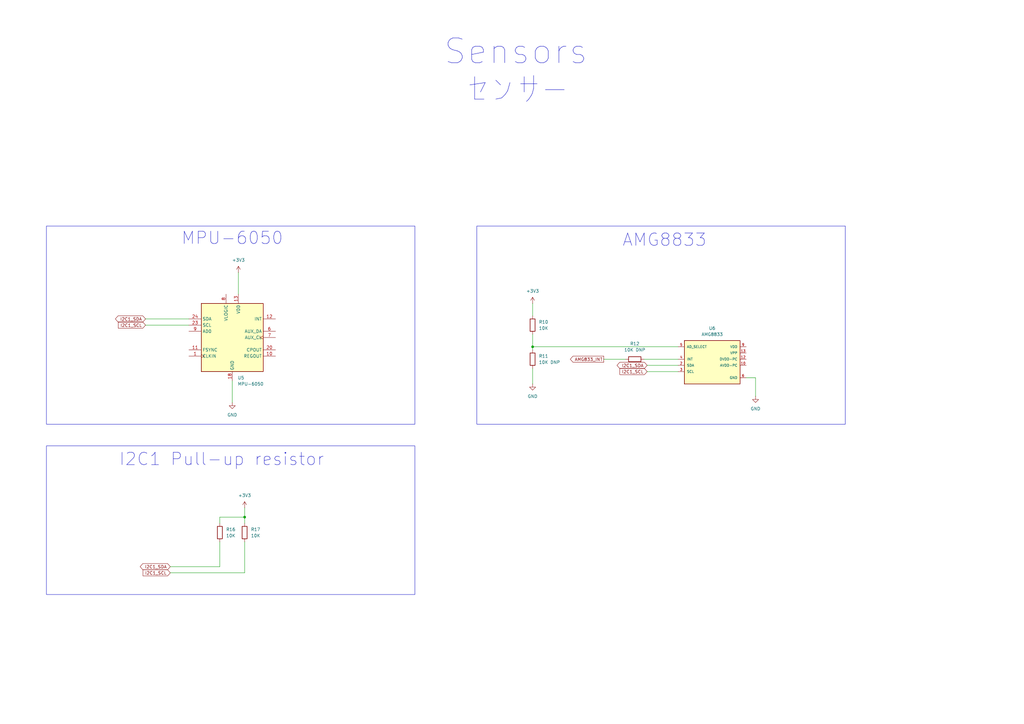
<source format=kicad_sch>
(kicad_sch (version 20250114) (generator "eeschema") (generator_version "9.0")
  (paper "A3")
  (lib_symbols
    (symbol "AMG8833:AMG8833" (pin_names (offset 1.016))
      (property "Reference" "U" (at -10.176 7.632 0))
      (property "Value" "AMG8833" (at -10.1931 -12.7413 0))
      (symbol "AMG8833_0_0"
        (rectangle (start -10.16 -10.16) (end 12.7 7.62) (stroke (width 0.254)) (fill (type background)))
        (pin input line (at -12.7 5.08 0) (length 2.54) (name "AD_SELECT") (number "5"))
        (pin bidirectional line (at -12.7 0 0) (length 2.54) (name "INT") (number "4"))
        (pin bidirectional line (at -12.7 -2.54 0) (length 2.54) (name "SDA") (number "2"))
        (pin bidirectional line (at -12.7 -5.08 0) (length 2.54) (name "SCL") (number "3"))
        (pin power_in line (at 15.24 5.08 180) (length 2.54) (name "VDD") (number "9"))
        (pin power_in line (at 15.24 2.54 180) (length 2.54) (name "VPP") (number "13"))
        (pin power_in line (at 15.24 0 180) (length 2.54) (name "DVDD-PC") (number "12"))
        (pin power_in line (at 15.24 -2.54 180) (length 2.54) (name "AVDD-PC") (number "10"))
        (pin power_in line (at 15.24 -7.62 180) (length 2.54) (name "GND") (number "6"))
      )
    )
    (symbol "Device:R" (pin_numbers (hide yes)) (pin_names (offset 0))
      (property "Reference" "R" (at 2.032 0 90))
      (property "Value" "R" (at 0 0 90))
      (symbol "R_0_1"
        (rectangle (start -1.016 -2.54) (end 1.016 2.54) (stroke (width 0.254)))
      )
      (symbol "R_1_1"
        (pin passive line (at 0 3.81 270) (length 1.27) (name "~") (number "1"))
        (pin passive line (at 0 -3.81 90) (length 1.27) (name "~") (number "2"))
      )
    )
    (symbol "Sensor_Motion:MPU-6050"
      (property "Reference" "U" (at -11.43 13.97 0))
      (property "Value" "MPU-6050" (at 7.62 -15.24 0))
      (symbol "MPU-6050_0_0"
        (text "" (at 12.7 -2.54 0) (effects (font (size 1.27 1.27))))
      )
      (symbol "MPU-6050_0_1"
        (rectangle (start -12.7 13.97) (end 12.7 -13.97) (stroke (width 0.254)) (fill (type background)))
      )
      (symbol "MPU-6050_1_1"
        (pin bidirectional line (at -17.78 7.62 0) (length 5.08) (name "SDA") (number "24"))
        (pin input line (at -17.78 5.08 0) (length 5.08) (name "SCL") (number "23"))
        (pin input line (at -17.78 2.54 0) (length 5.08) (name "AD0") (number "9"))
        (pin input line (at -17.78 -5.08 0) (length 5.08) (name "FSYNC") (number "11"))
        (pin input clock (at -17.78 -7.62 0) (length 5.08) (name "CLKIN") (number "1"))
        (pin no_connect line (at -12.7 12.7 0) (length 2.54) (hide yes) (name "NC") (number "2"))
        (pin no_connect line (at -12.7 10.16 0) (length 2.54) (hide yes) (name "NC") (number "3"))
        (pin no_connect line (at -12.7 0 0) (length 2.54) (hide yes) (name "NC") (number "4"))
        (pin no_connect line (at -12.7 -2.54 0) (length 2.54) (hide yes) (name "NC") (number "5"))
        (pin no_connect line (at -12.7 -10.16 0) (length 2.54) (hide yes) (name "NC") (number "14"))
        (pin power_in line (at -2.54 17.78 270) (length 3.81) (name "VLOGIC") (number "8"))
        (pin power_in line (at 0 -17.78 90) (length 3.81) (name "GND") (number "18"))
        (pin power_in line (at 2.54 17.78 270) (length 3.81) (name "VDD") (number "13"))
        (pin no_connect line (at 12.7 12.7 180) (length 2.54) (hide yes) (name "NC") (number "15"))
        (pin no_connect line (at 12.7 10.16 180) (length 2.54) (hide yes) (name "NC") (number "16"))
        (pin no_connect line (at 12.7 5.08 180) (length 2.54) (hide yes) (name "NC") (number "17"))
        (pin no_connect line (at 12.7 -2.54 180) (length 2.54) (hide yes) (name "RESV") (number "21"))
        (pin no_connect line (at 12.7 -10.16 180) (length 2.54) (hide yes) (name "RESV") (number "19"))
        (pin no_connect line (at 12.7 -12.7 180) (length 2.54) (hide yes) (name "RESV") (number "22"))
        (pin output line (at 17.78 7.62 180) (length 5.08) (name "INT") (number "12"))
        (pin bidirectional line (at 17.78 2.54 180) (length 5.08) (name "AUX_DA") (number "6"))
        (pin output clock (at 17.78 0 180) (length 5.08) (name "AUX_CL") (number "7"))
        (pin passive line (at 17.78 -5.08 180) (length 5.08) (name "CPOUT") (number "20"))
        (pin passive line (at 17.78 -7.62 180) (length 5.08) (name "REGOUT") (number "10"))
      )
    )
    (symbol "power:+3V3" (power) (pin_numbers (hide yes)) (pin_names (offset 0) (hide yes))
      (property "Value" "+3V3" (at 0 3.556 0))
      (symbol "+3V3_0_1"
        (polyline (pts (xy -0.762 1.27) (xy 0 2.54)))
        (polyline (pts (xy 0 2.54) (xy 0.762 1.27)))
        (polyline (pts (xy 0 0) (xy 0 2.54)))
      )
      (symbol "+3V3_1_1"
        (pin power_in line (at 0 0 90) (length 0) (name "~") (number "1"))
      )
    )
    (symbol "power:GND" (power) (pin_numbers (hide yes)) (pin_names (offset 0) (hide yes))
      (property "Value" "GND" (at 0 -3.81 0))
      (symbol "GND_0_1"
        (polyline (pts (xy 0 0) (xy 0 -1.27) (xy 1.27 -1.27) (xy 0 -2.54) (xy -1.27 -1.27) (xy 0 -1.27)))
      )
      (symbol "GND_1_1"
        (pin power_in line (at 0 0 270) (length 0) (name "~") (number "1"))
      )
    )
  )
  (rectangle (start 19.05 92.71) (end 170.18 173.99))
  (rectangle (start 195.58 92.71) (end 346.71 173.99))
  (rectangle (start 19.05 182.88) (end 170.18 243.84))
  (text "AMG8833" (at 272.542 98.552 0) (effects (font (size 5.08 5.08))))
  (text "I2C1 Pull-up resistor" (at 90.932 188.468 0) (effects (font (size 5.08 5.08))))
  (text "Sensors\nセンサー" (at 211.582 29.464 0) (effects (font (size 10.16 10.16))))
  (text "MPU-6050" (at 95.25 97.79 0) (effects (font (size 5.08 5.08))))
  (junction (at 100.33 212.09))
  (junction (at 218.44 142.24))
  (wire (pts (xy 90.17 212.09) (xy 100.33 212.09)))
  (wire (pts (xy 265.43 152.4) (xy 278.13 152.4)))
  (wire (pts (xy 218.44 151.13) (xy 218.44 157.48)))
  (wire (pts (xy 265.43 149.86) (xy 278.13 149.86)))
  (wire (pts (xy 218.44 124.46) (xy 218.44 129.54)))
  (wire (pts (xy 69.85 232.41) (xy 90.17 232.41)))
  (wire (pts (xy 97.79 111.76) (xy 97.79 120.65)))
  (wire (pts (xy 100.33 212.09) (xy 100.33 214.63)))
  (wire (pts (xy 95.25 156.21) (xy 95.25 165.1)))
  (wire (pts (xy 247.65 147.32) (xy 256.54 147.32)))
  (wire (pts (xy 59.69 130.81) (xy 77.47 130.81)))
  (wire (pts (xy 264.16 147.32) (xy 278.13 147.32)))
  (wire (pts (xy 218.44 142.24) (xy 218.44 143.51)))
  (wire (pts (xy 100.33 234.95) (xy 100.33 222.25)))
  (wire (pts (xy 306.07 154.94) (xy 309.88 154.94)))
  (wire (pts (xy 218.44 137.16) (xy 218.44 142.24)))
  (wire (pts (xy 278.13 142.24) (xy 218.44 142.24)))
  (wire (pts (xy 69.85 234.95) (xy 100.33 234.95)))
  (wire (pts (xy 90.17 232.41) (xy 90.17 222.25)))
  (wire (pts (xy 90.17 214.63) (xy 90.17 212.09)))
  (wire (pts (xy 309.88 154.94) (xy 309.88 162.56)))
  (wire (pts (xy 59.69 133.35) (xy 77.47 133.35)))
  (wire (pts (xy 100.33 208.28) (xy 100.33 212.09)))
  (global_label "I2C1_SCL" (shape input) (at 69.85 234.95 180) (property "Intersheetrefs" "${INTERSHEET_REFS}" (effects (hide yes))))
  (global_label "I2C1_SDA" (shape bidirectional) (at 59.69 130.81 180) (property "Intersheetrefs" "${INTERSHEET_REFS}" (effects (hide yes))))
  (global_label "I2C1_SCL" (shape input) (at 59.69 133.35 180) (property "Intersheetrefs" "${INTERSHEET_REFS}" (effects (hide yes))))
  (global_label "I2C1_SDA" (shape bidirectional) (at 265.43 149.86 180) (property "Intersheetrefs" "${INTERSHEET_REFS}" (effects (hide yes))))
  (global_label "I2C1_SDA" (shape bidirectional) (at 69.85 232.41 180) (property "Intersheetrefs" "${INTERSHEET_REFS}" (effects (hide yes))))
  (global_label "AMG833_INT" (shape output) (at 247.65 147.32 180) (property "Intersheetrefs" "${INTERSHEET_REFS}" (effects (hide yes))))
  (global_label "I2C1_SCL" (shape input) (at 265.43 152.4 180) (property "Intersheetrefs" "${INTERSHEET_REFS}" (effects (hide yes))))
  (symbol (lib_id "power:GND") (at 218.44 157.48 0) (unit 1)
    (property "Reference" "#PWR020" (effects (hide yes)))
    (property "Value" "GND" (at 218.44 162.56 0))
    (property "Description" "Power symbol creates a global label with name \"GND\" , ground" (effects (hide yes)))
  )
  (symbol (lib_id "Device:R") (at 260.35 147.32 90) (unit 1)
    (property "Reference" "R12" (at 260.35 140.97 90))
    (property "Value" "10K DNP" (at 260.35 143.51 90))
    (property "Footprint" "Resistor_SMD:R_0402_1005Metric" (effects (hide yes)))
    (property "Description" "Resistor" (effects (hide yes)))
  )
  (symbol (lib_id "Device:R") (at 218.44 133.35 0) (unit 1)
    (property "Reference" "R10" (at 220.98 132.0799 0) (effects (justify left)))
    (property "Value" "10K" (at 220.98 134.6199 0) (effects (justify left)))
    (property "Footprint" "Resistor_SMD:R_0402_1005Metric" (effects (hide yes)))
    (property "Description" "Resistor" (effects (hide yes)))
  )
  (symbol (lib_id "Sensor_Motion:MPU-6050") (at 95.25 138.43 0) (unit 1)
    (property "Reference" "U5" (at 97.4441 154.94 0) (effects (justify left)))
    (property "Value" "MPU-6050" (at 97.4441 157.48 0) (effects (justify left)))
    (property "Footprint" "Sensor_Motion:InvenSense_QFN-24_4x4mm_P0.5mm" (effects (hide yes)))
    (property "Datasheet" "https://invensense.tdk.com/wp-content/uploads/2015/02/MPU-6000-Datasheet1.pdf" (effects (hide yes)))
    (property "Description" "InvenSense 6-Axis Motion Sensor, Gyroscope, Accelerometer, I2C" (effects (hide yes)))
  )
  (symbol (lib_id "AMG8833:AMG8833") (at 290.83 147.32 0) (unit 1)
    (property "Reference" "U6" (at 292.1 134.62 0))
    (property "Value" "AMG8833" (at 292.1 137.16 0))
    (property "Footprint" "AMG8833:XDCR_AMG8833" (effects (hide yes)))
    (property "MF" "Panasonic Electronic" (effects (hide yes)))
    (property "Description_1" "\nTemperature Sensor Digital, Infrared (IR) - - 14-SMD Module\n" (effects (hide yes)))
    (property "Package" "SMD-14 Panasonic" (effects (hide yes)))
    (property "Price" "None" (effects (hide yes)))
    (property "Check_prices" "https://www.snapeda.com/parts/AMG8833/Panasonic+Electronic+Components/view-part/?ref=eda" (effects (hide yes)))
    (property "SnapEDA_Link" "https://www.snapeda.com/parts/AMG8833/Panasonic+Electronic+Components/view-part/?ref=snap" (effects (hide yes)))
    (property "MP" "AMG8833" (effects (hide yes)))
    (property "Availability" "Not in stock" (effects (hide yes)))
    (property "MANUFACTURER" "PANASONIC" (effects (hide yes)))
  )
  (symbol (lib_id "Device:R") (at 100.33 218.44 0) (unit 1)
    (property "Reference" "R17" (at 102.87 217.1699 0) (effects (justify left)))
    (property "Value" "10K" (at 102.87 219.7099 0) (effects (justify left)))
    (property "Footprint" "Resistor_SMD:R_0402_1005Metric" (effects (hide yes)))
    (property "Description" "Resistor" (effects (hide yes)))
  )
  (symbol (lib_id "power:+3V3") (at 97.79 111.76 0) (unit 1)
    (property "Reference" "#PWR+3V02" (effects (hide yes)))
    (property "Value" "+3V3" (at 97.79 106.68 0))
    (property "Description" "Power symbol creates a global label with name \"+3V3\"" (effects (hide yes)))
  )
  (symbol (lib_id "power:GND") (at 95.25 165.1 0) (unit 1)
    (property "Reference" "#PWR017" (effects (hide yes)))
    (property "Value" "GND" (at 95.25 170.18 0))
    (property "Description" "Power symbol creates a global label with name \"GND\" , ground" (effects (hide yes)))
  )
  (symbol (lib_id "Device:R") (at 218.44 147.32 0) (unit 1)
    (property "Reference" "R11" (at 220.98 146.0499 0) (effects (justify left)))
    (property "Value" "10K DNP" (at 220.98 148.5899 0) (effects (justify left)))
    (property "Footprint" "Resistor_SMD:R_0402_1005Metric" (effects (hide yes)))
    (property "Description" "Resistor" (effects (hide yes)))
  )
  (symbol (lib_id "power:+3V3") (at 100.33 208.28 0) (unit 1)
    (property "Reference" "#PWR+3V04" (effects (hide yes)))
    (property "Value" "+3V3" (at 100.33 203.2 0))
    (property "Description" "Power symbol creates a global label with name \"+3V3\"" (effects (hide yes)))
  )
  (symbol (lib_id "Device:R") (at 90.17 218.44 0) (unit 1)
    (property "Reference" "R16" (at 92.71 217.1699 0) (effects (justify left)))
    (property "Value" "10K" (at 92.71 219.7099 0) (effects (justify left)))
    (property "Footprint" "Resistor_SMD:R_0402_1005Metric" (effects (hide yes)))
    (property "Description" "Resistor" (effects (hide yes)))
  )
  (symbol (lib_id "power:+3V3") (at 218.44 124.46 0) (unit 1)
    (property "Reference" "#PWR+3V01" (effects (hide yes)))
    (property "Value" "+3V3" (at 218.44 119.38 0))
    (property "Description" "Power symbol creates a global label with name \"+3V3\"" (effects (hide yes)))
  )
  (symbol (lib_id "power:GND") (at 309.88 162.56 0) (unit 1)
    (property "Reference" "#PWR019" (effects (hide yes)))
    (property "Value" "GND" (at 309.88 167.64 0))
    (property "Description" "Power symbol creates a global label with name \"GND\" , ground" (effects (hide yes)))
  )
)
</source>
